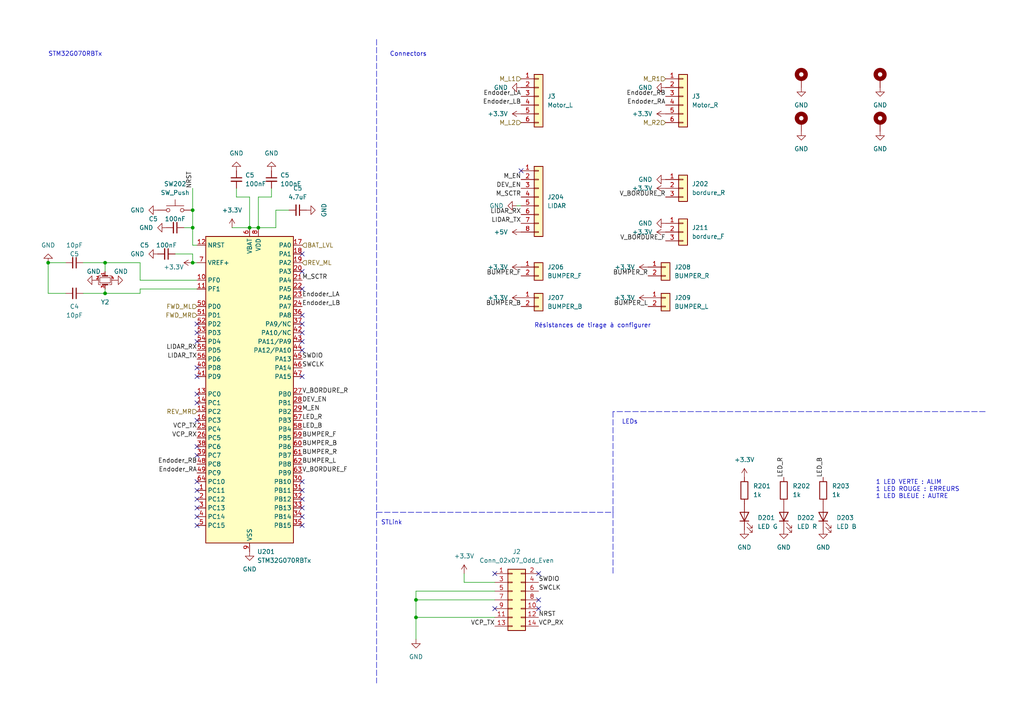
<source format=kicad_sch>
(kicad_sch (version 20230121) (generator eeschema)
  (paper "A4")
  (title_block (title "robot") (date "2023-09-19") (rev "Dorian, Gael, Clément, Laksan") (company "ENSEA"))
  (lib_symbols
    (symbol "Connector_Generic:Conn_01x02" (pin_names (offset 1.016) hide)
      (property "Reference" "J" (at 0 2.54 0))
      (property "Value" "Conn_01x02" (at 0 -5.08 0))
      (symbol "Conn_01x02_1_1"
        (rectangle (start -1.27 -2.413) (end 0 -2.667) (stroke (width 0.1524)))
        (rectangle (start -1.27 0.127) (end 0 -0.127) (stroke (width 0.1524)))
        (rectangle (start -1.27 1.27) (end 1.27 -3.81) (stroke (width 0.254)) (fill (type background)))
        (pin passive line (at -5.08 0 0) (length 3.81) (name "Pin_1") (number "1"))
        (pin passive line (at -5.08 -2.54 0) (length 3.81) (name "Pin_2") (number "2"))
      )
    )
    (symbol "Connector_Generic:Conn_01x03" (pin_names (offset 1.016) hide)
      (property "Reference" "J" (at 0 5.08 0))
      (property "Value" "Conn_01x03" (at 0 -5.08 0))
      (symbol "Conn_01x03_1_1"
        (rectangle (start -1.27 -2.413) (end 0 -2.667) (stroke (width 0.1524)))
        (rectangle (start -1.27 0.127) (end 0 -0.127) (stroke (width 0.1524)))
        (rectangle (start -1.27 2.667) (end 0 2.413) (stroke (width 0.1524)))
        (rectangle (start -1.27 3.81) (end 1.27 -3.81) (stroke (width 0.254)) (fill (type background)))
        (pin passive line (at -5.08 2.54 0) (length 3.81) (name "Pin_1") (number "1"))
        (pin passive line (at -5.08 0 0) (length 3.81) (name "Pin_2") (number "2"))
        (pin passive line (at -5.08 -2.54 0) (length 3.81) (name "Pin_3") (number "3"))
      )
    )
    (symbol "Connector_Generic:Conn_01x06" (pin_names (offset 1.016) hide)
      (property "Reference" "J" (at 0 7.62 0))
      (property "Value" "Conn_01x06" (at 0 -10.16 0))
      (symbol "Conn_01x06_1_1"
        (rectangle (start -1.27 -7.493) (end 0 -7.747) (stroke (width 0.1524)))
        (rectangle (start -1.27 -4.953) (end 0 -5.207) (stroke (width 0.1524)))
        (rectangle (start -1.27 -2.413) (end 0 -2.667) (stroke (width 0.1524)))
        (rectangle (start -1.27 0.127) (end 0 -0.127) (stroke (width 0.1524)))
        (rectangle (start -1.27 2.667) (end 0 2.413) (stroke (width 0.1524)))
        (rectangle (start -1.27 5.207) (end 0 4.953) (stroke (width 0.1524)))
        (rectangle (start -1.27 6.35) (end 1.27 -8.89) (stroke (width 0.254)) (fill (type background)))
        (pin passive line (at -5.08 5.08 0) (length 3.81) (name "Pin_1") (number "1"))
        (pin passive line (at -5.08 2.54 0) (length 3.81) (name "Pin_2") (number "2"))
        (pin passive line (at -5.08 0 0) (length 3.81) (name "Pin_3") (number "3"))
        (pin passive line (at -5.08 -2.54 0) (length 3.81) (name "Pin_4") (number "4"))
        (pin passive line (at -5.08 -5.08 0) (length 3.81) (name "Pin_5") (number "5"))
        (pin passive line (at -5.08 -7.62 0) (length 3.81) (name "Pin_6") (number "6"))
      )
    )
    (symbol "Connector_Generic:Conn_01x08" (pin_names (offset 1.016) hide)
      (property "Reference" "J" (at 0 10.16 0))
      (property "Value" "Conn_01x08" (at 0 -12.7 0))
      (symbol "Conn_01x08_1_1"
        (rectangle (start -1.27 -10.033) (end 0 -10.287) (stroke (width 0.1524)))
        (rectangle (start -1.27 -7.493) (end 0 -7.747) (stroke (width 0.1524)))
        (rectangle (start -1.27 -4.953) (end 0 -5.207) (stroke (width 0.1524)))
        (rectangle (start -1.27 -2.413) (end 0 -2.667) (stroke (width 0.1524)))
        (rectangle (start -1.27 0.127) (end 0 -0.127) (stroke (width 0.1524)))
        (rectangle (start -1.27 2.667) (end 0 2.413) (stroke (width 0.1524)))
        (rectangle (start -1.27 5.207) (end 0 4.953) (stroke (width 0.1524)))
        (rectangle (start -1.27 7.747) (end 0 7.493) (stroke (width 0.1524)))
        (rectangle (start -1.27 8.89) (end 1.27 -11.43) (stroke (width 0.254)) (fill (type background)))
        (pin passive line (at -5.08 7.62 0) (length 3.81) (name "Pin_1") (number "1"))
        (pin passive line (at -5.08 5.08 0) (length 3.81) (name "Pin_2") (number "2"))
        (pin passive line (at -5.08 2.54 0) (length 3.81) (name "Pin_3") (number "3"))
        (pin passive line (at -5.08 0 0) (length 3.81) (name "Pin_4") (number "4"))
        (pin passive line (at -5.08 -2.54 0) (length 3.81) (name "Pin_5") (number "5"))
        (pin passive line (at -5.08 -5.08 0) (length 3.81) (name "Pin_6") (number "6"))
        (pin passive line (at -5.08 -7.62 0) (length 3.81) (name "Pin_7") (number "7"))
        (pin passive line (at -5.08 -10.16 0) (length 3.81) (name "Pin_8") (number "8"))
      )
    )
    (symbol "Connector_Generic:Conn_02x07_Odd_Even" (pin_names (offset 1.016) hide)
      (property "Reference" "J" (at 1.27 10.16 0))
      (property "Value" "Conn_02x07_Odd_Even" (at 1.27 -10.16 0))
      (symbol "Conn_02x07_Odd_Even_1_1"
        (rectangle (start -1.27 -7.493) (end 0 -7.747) (stroke (width 0.1524)))
        (rectangle (start -1.27 -4.953) (end 0 -5.207) (stroke (width 0.1524)))
        (rectangle (start -1.27 -2.413) (end 0 -2.667) (stroke (width 0.1524)))
        (rectangle (start -1.27 0.127) (end 0 -0.127) (stroke (width 0.1524)))
        (rectangle (start -1.27 2.667) (end 0 2.413) (stroke (width 0.1524)))
        (rectangle (start -1.27 5.207) (end 0 4.953) (stroke (width 0.1524)))
        (rectangle (start -1.27 7.747) (end 0 7.493) (stroke (width 0.1524)))
        (rectangle (start -1.27 8.89) (end 3.81 -8.89) (stroke (width 0.254)) (fill (type background)))
        (rectangle (start 3.81 -7.493) (end 2.54 -7.747) (stroke (width 0.1524)))
        (rectangle (start 3.81 -4.953) (end 2.54 -5.207) (stroke (width 0.1524)))
        (rectangle (start 3.81 -2.413) (end 2.54 -2.667) (stroke (width 0.1524)))
        (rectangle (start 3.81 0.127) (end 2.54 -0.127) (stroke (width 0.1524)))
        (rectangle (start 3.81 2.667) (end 2.54 2.413) (stroke (width 0.1524)))
        (rectangle (start 3.81 5.207) (end 2.54 4.953) (stroke (width 0.1524)))
        (rectangle (start 3.81 7.747) (end 2.54 7.493) (stroke (width 0.1524)))
        (pin passive line (at -5.08 7.62 0) (length 3.81) (name "Pin_1") (number "1"))
        (pin passive line (at 7.62 -2.54 180) (length 3.81) (name "Pin_10") (number "10"))
        (pin passive line (at -5.08 -5.08 0) (length 3.81) (name "Pin_11") (number "11"))
        (pin passive line (at 7.62 -5.08 180) (length 3.81) (name "Pin_12") (number "12"))
        (pin passive line (at -5.08 -7.62 0) (length 3.81) (name "Pin_13") (number "13"))
        (pin passive line (at 7.62 -7.62 180) (length 3.81) (name "Pin_14") (number "14"))
        (pin passive line (at 7.62 7.62 180) (length 3.81) (name "Pin_2") (number "2"))
        (pin passive line (at -5.08 5.08 0) (length 3.81) (name "Pin_3") (number "3"))
        (pin passive line (at 7.62 5.08 180) (length 3.81) (name "Pin_4") (number "4"))
        (pin passive line (at -5.08 2.54 0) (length 3.81) (name "Pin_5") (number "5"))
        (pin passive line (at 7.62 2.54 180) (length 3.81) (name "Pin_6") (number "6"))
        (pin passive line (at -5.08 0 0) (length 3.81) (name "Pin_7") (number "7"))
        (pin passive line (at 7.62 0 180) (length 3.81) (name "Pin_8") (number "8"))
        (pin passive line (at -5.08 -2.54 0) (length 3.81) (name "Pin_9") (number "9"))
      )
    )
    (symbol "Device:C_Small" (pin_numbers hide) (pin_names (offset 0.254) hide)
      (property "Reference" "C" (at 0.254 1.778 0))
      (property "Value" "C_Small" (at 0.254 -2.032 0))
      (symbol "C_Small_0_1"
        (polyline (pts (xy -1.524 -0.508) (xy 1.524 -0.508)) (stroke (width 0.3302)))
        (polyline (pts (xy -1.524 0.508) (xy 1.524 0.508)) (stroke (width 0.3048)))
      )
      (symbol "C_Small_1_1"
        (pin passive line (at 0 2.54 270) (length 2.032) (name "~") (number "1"))
        (pin passive line (at 0 -2.54 90) (length 2.032) (name "~") (number "2"))
      )
    )
    (symbol "Device:Crystal_GND24_Small" (pin_names (offset 1.016) hide)
      (property "Reference" "Y" (at 1.27 4.445 0))
      (property "Value" "Crystal_GND24_Small" (at 1.27 2.54 0))
      (symbol "Crystal_GND24_Small_0_1"
        (rectangle (start -0.762 -1.524) (end 0.762 1.524))
        (polyline (pts (xy -1.27 -0.762) (xy -1.27 0.762)) (stroke (width 0.381)))
        (polyline (pts (xy 1.27 -0.762) (xy 1.27 0.762)) (stroke (width 0.381)))
        (polyline (pts (xy -1.27 -1.27) (xy -1.27 -1.905) (xy 1.27 -1.905) (xy 1.27 -1.27)))
        (polyline (pts (xy -1.27 1.27) (xy -1.27 1.905) (xy 1.27 1.905) (xy 1.27 1.27)))
      )
      (symbol "Crystal_GND24_Small_1_1"
        (pin passive line (at -2.54 0 0) (length 1.27) (name "1") (number "1"))
        (pin passive line (at 0 -2.54 90) (length 0.635) (name "2") (number "2"))
        (pin passive line (at 2.54 0 180) (length 1.27) (name "3") (number "3"))
        (pin passive line (at 0 2.54 270) (length 0.635) (name "4") (number "4"))
      )
    )
    (symbol "Device:LED" (pin_numbers hide) (pin_names (offset 1.016) hide)
      (property "Reference" "D" (at 0 2.54 0))
      (property "Value" "LED" (at 0 -2.54 0))
      (symbol "LED_0_1"
        (polyline (pts (xy -1.27 -1.27) (xy -1.27 1.27)) (stroke (width 0.254)))
        (polyline (pts (xy -1.27 0) (xy 1.27 0)))
        (polyline (pts (xy 1.27 -1.27) (xy 1.27 1.27) (xy -1.27 0) (xy 1.27 -1.27)) (stroke (width 0.254)))
        (polyline (pts (xy -3.048 -0.762) (xy -4.572 -2.286) (xy -3.81 -2.286) (xy -4.572 -2.286) (xy -4.572 -1.524)))
        (polyline (pts (xy -1.778 -0.762) (xy -3.302 -2.286) (xy -2.54 -2.286) (xy -3.302 -2.286) (xy -3.302 -1.524)))
      )
      (symbol "LED_1_1"
        (pin passive line (at -3.81 0 0) (length 2.54) (name "K") (number "1"))
        (pin passive line (at 3.81 0 180) (length 2.54) (name "A") (number "2"))
      )
    )
    (symbol "Device:R" (pin_numbers hide) (pin_names (offset 0))
      (property "Reference" "R" (at 2.032 0 90))
      (property "Value" "R" (at 0 0 90))
      (symbol "R_0_1"
        (rectangle (start -1.016 -2.54) (end 1.016 2.54) (stroke (width 0.254)))
      )
      (symbol "R_1_1"
        (pin passive line (at 0 3.81 270) (length 1.27) (name "~") (number "1"))
        (pin passive line (at 0 -3.81 90) (length 1.27) (name "~") (number "2"))
      )
    )
    (symbol "MCU_ST_STM32G0:STM32G070RBTx"
      (property "Reference" "U" (at -12.7 46.99 0))
      (property "Value" "STM32G070RBTx" (at 5.08 46.99 0))
      (symbol "STM32G070RBTx_0_1"
        (rectangle (start -12.7 -43.18) (end 12.7 45.72) (stroke (width 0.254)) (fill (type background)))
      )
      (symbol "STM32G070RBTx_1_1"
        (pin bidirectional line (at -15.24 -27.94 0) (length 2.54) (name "PC11") (number "1"))
        (pin bidirectional line (at -15.24 33.02 0) (length 2.54) (name "PF0") (number "10"))
        (pin bidirectional line (at -15.24 30.48 0) (length 2.54) (name "PF1") (number "11"))
        (pin input line (at -15.24 43.18 0) (length 2.54) (name "NRST") (number "12"))
        (pin bidirectional line (at -15.24 0 0) (length 2.54) (name "PC0") (number "13"))
        (pin bidirectional line (at -15.24 -2.54 0) (length 2.54) (name "PC1") (number "14"))
        (pin bidirectional line (at -15.24 -5.08 0) (length 2.54) (name "PC2") (number "15"))
        (pin bidirectional line (at -15.24 -7.62 0) (length 2.54) (name "PC3") (number "16"))
        (pin bidirectional line (at 15.24 43.18 180) (length 2.54) (name "PA0") (number "17"))
        (pin bidirectional line (at 15.24 40.64 180) (length 2.54) (name "PA1") (number "18"))
        (pin bidirectional line (at 15.24 38.1 180) (length 2.54) (name "PA2") (number "19"))
        (pin bidirectional line (at -15.24 -30.48 0) (length 2.54) (name "PC12") (number "2"))
        (pin bidirectional line (at 15.24 35.56 180) (length 2.54) (name "PA3") (number "20"))
        (pin bidirectional line (at 15.24 33.02 180) (length 2.54) (name "PA4") (number "21"))
        (pin bidirectional line (at 15.24 30.48 180) (length 2.54) (name "PA5") (number "22"))
        (pin bidirectional line (at 15.24 27.94 180) (length 2.54) (name "PA6") (number "23"))
        (pin bidirectional line (at 15.24 25.4 180) (length 2.54) (name "PA7") (number "24"))
        (pin bidirectional line (at -15.24 -10.16 0) (length 2.54) (name "PC4") (number "25"))
        (pin bidirectional line (at -15.24 -12.7 0) (length 2.54) (name "PC5") (number "26"))
        (pin bidirectional line (at 15.24 0 180) (length 2.54) (name "PB0") (number "27"))
        (pin bidirectional line (at 15.24 -2.54 180) (length 2.54) (name "PB1") (number "28"))
        (pin bidirectional line (at 15.24 -5.08 180) (length 2.54) (name "PB2") (number "29"))
        (pin bidirectional line (at -15.24 -33.02 0) (length 2.54) (name "PC13") (number "3"))
        (pin bidirectional line (at 15.24 -25.4 180) (length 2.54) (name "PB10") (number "30"))
        (pin bidirectional line (at 15.24 -27.94 180) (length 2.54) (name "PB11") (number "31"))
        (pin bidirectional line (at 15.24 -30.48 180) (length 2.54) (name "PB12") (number "32"))
        (pin bidirectional line (at 15.24 -33.02 180) (length 2.54) (name "PB13") (number "33"))
        (pin bidirectional line (at 15.24 -35.56 180) (length 2.54) (name "PB14") (number "34"))
        (pin bidirectional line (at 15.24 -38.1 180) (length 2.54) (name "PB15") (number "35"))
        (pin bidirectional line (at 15.24 22.86 180) (length 2.54) (name "PA8") (number "36"))
        (pin bidirectional line (at 15.24 20.32 180) (length 2.54) (name "PA9/NC") (number "37"))
        (pin bidirectional line (at -15.24 -15.24 0) (length 2.54) (name "PC6") (number "38"))
        (pin bidirectional line (at -15.24 -17.78 0) (length 2.54) (name "PC7") (number "39"))
        (pin bidirectional line (at -15.24 -35.56 0) (length 2.54) (name "PC14") (number "4"))
        (pin bidirectional line (at -15.24 7.62 0) (length 2.54) (name "PD8") (number "40"))
        (pin bidirectional line (at -15.24 5.08 0) (length 2.54) (name "PD9") (number "41"))
        (pin bidirectional line (at 15.24 17.78 180) (length 2.54) (name "PA10/NC") (number "42"))
        (pin bidirectional line (at 15.24 15.24 180) (length 2.54) (name "PA11/PA9") (number "43"))
        (pin bidirectional line (at 15.24 12.7 180) (length 2.54) (name "PA12/PA10") (number "44"))
        (pin bidirectional line (at 15.24 10.16 180) (length 2.54) (name "PA13") (number "45"))
        (pin bidirectional line (at 15.24 7.62 180) (length 2.54) (name "PA14") (number "46"))
        (pin bidirectional line (at 15.24 5.08 180) (length 2.54) (name "PA15") (number "47"))
        (pin bidirectional line (at -15.24 -20.32 0) (length 2.54) (name "PC8") (number "48"))
        (pin bidirectional line (at -15.24 -22.86 0) (length 2.54) (name "PC9") (number "49"))
        (pin bidirectional line (at -15.24 -38.1 0) (length 2.54) (name "PC15") (number "5"))
        (pin bidirectional line (at -15.24 25.4 0) (length 2.54) (name "PD0") (number "50"))
        (pin bidirectional line (at -15.24 22.86 0) (length 2.54) (name "PD1") (number "51"))
        (pin bidirectional line (at -15.24 20.32 0) (length 2.54) (name "PD2") (number "52"))
        (pin bidirectional line (at -15.24 17.78 0) (length 2.54) (name "PD3") (number "53"))
        (pin bidirectional line (at -15.24 15.24 0) (length 2.54) (name "PD4") (number "54"))
        (pin bidirectional line (at -15.24 12.7 0) (length 2.54) (name "PD5") (number "55"))
        (pin bidirectional line (at -15.24 10.16 0) (length 2.54) (name "PD6") (number "56"))
        (pin bidirectional line (at 15.24 -7.62 180) (length 2.54) (name "PB3") (number "57"))
        (pin bidirectional line (at 15.24 -10.16 180) (length 2.54) (name "PB4") (number "58"))
        (pin bidirectional line (at 15.24 -12.7 180) (length 2.54) (name "PB5") (number "59"))
        (pin power_in line (at 0 48.26 270) (length 2.54) (name "VBAT") (number "6"))
        (pin bidirectional line (at 15.24 -15.24 180) (length 2.54) (name "PB6") (number "60"))
        (pin bidirectional line (at 15.24 -17.78 180) (length 2.54) (name "PB7") (number "61"))
        (pin bidirectional line (at 15.24 -20.32 180) (length 2.54) (name "PB8") (number "62"))
        (pin bidirectional line (at 15.24 -22.86 180) (length 2.54) (name "PB9") (number "63"))
        (pin bidirectional line (at -15.24 -25.4 0) (length 2.54) (name "PC10") (number "64"))
        (pin input line (at -15.24 38.1 0) (length 2.54) (name "VREF+") (number "7"))
        (pin power_in line (at 2.54 48.26 270) (length 2.54) (name "VDD") (number "8"))
        (pin power_in line (at 0 -45.72 90) (length 2.54) (name "VSS") (number "9"))
      )
    )
    (symbol "Mechanical:MountingHole_Pad" (pin_numbers hide) (pin_names (offset 1.016) hide)
      (property "Reference" "H" (at 0 6.35 0))
      (property "Value" "MountingHole_Pad" (at 0 4.445 0))
      (symbol "MountingHole_Pad_0_1"
        (circle (center 0 1.27) (radius 1.27) (stroke (width 1.27)))
      )
      (symbol "MountingHole_Pad_1_1"
        (pin input line (at 0 -2.54 90) (length 2.54) (name "1") (number "1"))
      )
    )
    (symbol "Switch:SW_Push" (pin_numbers hide) (pin_names (offset 1.016) hide)
      (property "Reference" "SW" (at 1.27 2.54 0))
      (property "Value" "SW_Push" (at 0 -1.524 0))
      (symbol "SW_Push_0_1"
        (circle (center -2.032 0) (radius 0.508))
        (polyline (pts (xy 0 1.27) (xy 0 3.048)))
        (polyline (pts (xy 2.54 1.27) (xy -2.54 1.27)))
        (circle (center 2.032 0) (radius 0.508))
        (pin passive line (at -5.08 0 0) (length 2.54) (name "1") (number "1"))
        (pin passive line (at 5.08 0 180) (length 2.54) (name "2") (number "2"))
      )
    )
    (symbol "power:+3.3V" (power) (pin_names (offset 0))
      (property "Value" "+3.3V" (at 0 3.556 0))
      (symbol "+3.3V_0_1"
        (polyline (pts (xy -0.762 1.27) (xy 0 2.54)))
        (polyline (pts (xy 0 0) (xy 0 2.54)))
        (polyline (pts (xy 0 2.54) (xy 0.762 1.27)))
      )
      (symbol "+3.3V_1_1"
        (pin power_in line (at 0 0 90) (length 0) hide (name "+3.3V") (number "1"))
      )
    )
    (symbol "power:+5V" (power) (pin_names (offset 0))
      (property "Value" "+5V" (at 0 3.556 0))
      (symbol "+5V_0_1"
        (polyline (pts (xy -0.762 1.27) (xy 0 2.54)))
        (polyline (pts (xy 0 0) (xy 0 2.54)))
        (polyline (pts (xy 0 2.54) (xy 0.762 1.27)))
      )
      (symbol "+5V_1_1"
        (pin power_in line (at 0 0 90) (length 0) hide (name "+5V") (number "1"))
      )
    )
    (symbol "power:GND" (power) (pin_names (offset 0))
      (property "Value" "GND" (at 0 -3.81 0))
      (symbol "GND_0_1"
        (polyline (pts (xy 0 0) (xy 0 -1.27) (xy 1.27 -1.27) (xy 0 -2.54) (xy -1.27 -1.27) (xy 0 -1.27)))
      )
      (symbol "GND_1_1"
        (pin power_in line (at 0 0 270) (length 0) hide (name "GND") (number "1"))
      )
    )
  )
  (junction (at 30.48 85.09))
  (junction (at 55.88 76.2))
  (junction (at 74.93 66.04))
  (junction (at 120.65 173.99))
  (junction (at 72.39 66.04))
  (junction (at 30.48 76.2))
  (junction (at 55.88 66.04))
  (junction (at 55.88 60.96))
  (junction (at 120.65 179.07))
  (junction (at 13.97 76.2))
  (no_connect (at 57.15 129.54))
  (no_connect (at 57.15 142.24))
  (no_connect (at 87.63 91.44))
  (no_connect (at 57.15 149.86))
  (no_connect (at 57.15 116.84))
  (no_connect (at 87.63 152.4))
  (no_connect (at 57.15 99.06))
  (no_connect (at 87.63 96.52))
  (no_connect (at 87.63 99.06))
  (no_connect (at 87.63 149.86))
  (no_connect (at 57.15 152.4))
  (no_connect (at 87.63 93.98))
  (no_connect (at 87.63 73.66))
  (no_connect (at 57.15 93.98))
  (no_connect (at 57.15 132.08))
  (no_connect (at 143.51 166.37))
  (no_connect (at 87.63 101.6))
  (no_connect (at 87.63 147.32))
  (no_connect (at 57.15 139.7))
  (no_connect (at 87.63 109.22))
  (no_connect (at 57.15 114.3))
  (no_connect (at 57.15 147.32))
  (no_connect (at 87.63 83.82))
  (no_connect (at 143.51 176.53))
  (no_connect (at 57.15 96.52))
  (no_connect (at 87.63 139.7))
  (no_connect (at 57.15 121.92))
  (no_connect (at 87.63 144.78))
  (no_connect (at 57.15 109.22))
  (no_connect (at 57.15 144.78))
  (no_connect (at 156.21 176.53))
  (no_connect (at 87.63 78.74))
  (no_connect (at 156.21 166.37))
  (no_connect (at 87.63 142.24))
  (no_connect (at 57.15 106.68))
  (no_connect (at 156.21 173.99))
  (no_connect (at 151.13 49.53))
  (wire (pts (xy 55.88 71.12) (xy 55.88 66.04)))
  (wire (pts (xy 72.39 66.04) (xy 74.93 66.04)))
  (wire (pts (xy 30.48 76.2) (xy 40.64 76.2)))
  (wire (pts (xy 55.88 54.61) (xy 55.88 60.96)))
  (wire (pts (xy 40.64 83.82) (xy 57.15 83.82)))
  (wire (pts (xy 40.64 83.82) (xy 40.64 85.09)))
  (wire (pts (xy 78.74 57.15) (xy 78.74 54.61)))
  (wire (pts (xy 40.64 81.28) (xy 57.15 81.28)))
  (wire (pts (xy 53.34 66.04) (xy 55.88 66.04)))
  (wire (pts (xy 74.93 66.04) (xy 74.93 57.15)))
  (wire (pts (xy 19.05 85.09) (xy 13.97 85.09)))
  (wire (pts (xy 24.13 76.2) (xy 30.48 76.2)))
  (wire (pts (xy 55.88 76.2) (xy 57.15 76.2)))
  (wire (pts (xy 30.48 85.09) (xy 30.48 83.82)))
  (wire (pts (xy 134.62 168.91) (xy 134.62 166.37)))
  (wire (pts (xy 120.65 173.99) (xy 120.65 179.07)))
  (wire (pts (xy 55.88 60.96) (xy 55.88 66.04)))
  (wire (pts (xy 120.65 179.07) (xy 120.65 185.42)))
  (wire (pts (xy 30.48 85.09) (xy 40.64 85.09)))
  (wire (pts (xy 13.97 85.09) (xy 13.97 76.2)))
  (wire (pts (xy 120.65 179.07) (xy 143.51 179.07)))
  (wire (pts (xy 72.39 66.04) (xy 67.31 66.04)))
  (polyline (pts (xy 285.75 119.38) (xy 177.8 119.38)) (stroke (width 0) (type dash)))
  (wire (pts (xy 74.93 57.15) (xy 78.74 57.15)))
  (wire (pts (xy 149.86 59.69) (xy 151.13 59.69)))
  (polyline (pts (xy 109.22 11.43) (xy 109.22 198.12)) (stroke (width 0) (type dash)))
  (wire (pts (xy 120.65 173.99) (xy 143.51 173.99)))
  (wire (pts (xy 50.8 73.66) (xy 55.88 73.66)))
  (wire (pts (xy 30.48 76.2) (xy 30.48 78.74)))
  (wire (pts (xy 120.65 171.45) (xy 143.51 171.45)))
  (wire (pts (xy 80.01 60.96) (xy 83.82 60.96)))
  (wire (pts (xy 72.39 57.15) (xy 72.39 66.04)))
  (wire (pts (xy 74.93 66.04) (xy 80.01 66.04)))
  (wire (pts (xy 143.51 168.91) (xy 134.62 168.91)))
  (wire (pts (xy 68.58 54.61) (xy 68.58 57.15)))
  (wire (pts (xy 30.48 85.09) (xy 24.13 85.09)))
  (wire (pts (xy 120.65 171.45) (xy 120.65 173.99)))
  (polyline (pts (xy 177.8 148.59) (xy 177.8 166.37)) (stroke (width 0) (type dash)))
  (polyline (pts (xy 109.22 148.59) (xy 177.8 148.59)) (stroke (width 0) (type dash)))
  (wire (pts (xy 55.88 73.66) (xy 55.88 76.2)))
  (wire (pts (xy 19.05 76.2) (xy 13.97 76.2)))
  (wire (pts (xy 68.58 57.15) (xy 72.39 57.15)))
  (wire (pts (xy 40.64 76.2) (xy 40.64 81.28)))
  (wire (pts (xy 80.01 66.04) (xy 80.01 60.96)))
  (wire (pts (xy 57.15 71.12) (xy 55.88 71.12)))
  (polyline (pts (xy 177.8 119.38) (xy 177.8 148.59)) (stroke (width 0) (type dash)))
  (text "1 LED VERTE : ALIM\n1 LED ROUGE : ERREURS\n1 LED BLEUE : AUTRE" (at 254 144.78 0) (effects (font (size 1.27 1.27)) (justify left bottom)))
  (text "Résistances de tirage à configurer" (at 154.94 95.25 0) (effects (font (size 1.27 1.27)) (justify left bottom)))
  (text "LEDs\n" (at 180.34 123.19 0) (effects (font (size 1.27 1.27)) (justify left bottom)))
  (text "STM32G070RBTx" (at 13.97 16.51 0) (effects (font (size 1.27 1.27)) (justify left bottom)))
  (text "STLink" (at 110.49 152.4 0) (effects (font (size 1.27 1.27)) (justify left bottom)))
  (text "Connectors" (at 113.03 16.51 0) (effects (font (size 1.27 1.27)) (justify left bottom)))
  (label "DEV_EN" (at 151.13 54.61 180))
  (label "LIDAR_RX" (at 57.15 101.6 180))
  (label "LIDAR_TX" (at 57.15 104.14 180))
  (label "Endoder_RA" (at 57.15 137.16 180))
  (label "M_EN" (at 151.13 52.07 180))
  (label "LED_B" (at 87.63 124.46 0))
  (label "BUMPER_R" (at 187.96 80.01 180))
  (label "LED_R" (at 227.33 138.43 90))
  (label "Endoder_RA" (at 193.04 30.48 180))
  (label "Endoder_LA" (at 151.13 27.94 180))
  (label "DEV_EN" (at 87.63 116.84 0))
  (label "VCP_RX" (at 57.15 127 180))
  (label "Endoder_RB" (at 57.15 134.62 180))
  (label "M_SCTR" (at 151.13 57.15 180))
  (label "NRST" (at 55.88 54.61 90))
  (label "M_EN" (at 87.63 119.38 0))
  (label "NRST" (at 156.21 179.07 0))
  (label "SWDIO" (at 87.63 104.14 0))
  (label "BUMPER_F" (at 151.13 80.01 180))
  (label "V_BORDURE_F" (at 87.63 137.16 0))
  (label "LED_R" (at 87.63 121.92 0))
  (label "LED_B" (at 238.76 138.43 90))
  (label "BUMPER_F" (at 87.63 127 0))
  (label "SWCLK" (at 156.21 171.45 0))
  (label "BUMPER_L" (at 187.96 88.9 180))
  (label "BUMPER_R" (at 87.63 132.08 0))
  (label "SWCLK" (at 87.63 106.68 0))
  (label "VCP_TX" (at 57.15 124.46 180))
  (label "LIDAR_TX" (at 151.13 64.77 180))
  (label "Endoder_LB" (at 151.13 30.48 180))
  (label "V_BORDURE_R" (at 87.63 114.3 0))
  (label "Endoder_LA" (at 87.63 86.36 0))
  (label "Endoder_RB" (at 193.04 27.94 180))
  (label "BUMPER_L" (at 87.63 134.62 0))
  (label "SWDIO" (at 156.21 168.91 0))
  (label "V_BORDURE_F" (at 193.04 69.85 180))
  (label "VCP_RX" (at 156.21 181.61 0))
  (label "BUMPER_B" (at 87.63 129.54 0))
  (label "LIDAR_RX" (at 151.13 62.23 180))
  (label "V_BORDURE_R" (at 193.04 57.15 180))
  (label "BUMPER_B" (at 151.13 88.9 180))
  (label "M_SCTR" (at 87.63 81.28 0))
  (label "VCP_TX" (at 143.51 181.61 180))
  (label "Endoder_LB" (at 87.63 88.9 0))
  (hierarchical_label "BAT_LVL" (shape input) (at 87.63 71.12 0))
  (hierarchical_label "M_R1" (shape input) (at 193.04 22.86 180))
  (hierarchical_label "M_L1" (shape input) (at 151.13 22.86 180))
  (hierarchical_label "FWD_MR" (shape input) (at 57.15 91.44 180))
  (hierarchical_label "M_L2" (shape input) (at 151.13 35.56 180))
  (hierarchical_label "REV_MR" (shape input) (at 57.15 119.38 180))
  (hierarchical_label "FWD_ML" (shape input) (at 57.15 88.9 180))
  (hierarchical_label "M_R2" (shape input) (at 193.04 35.56 180))
  (hierarchical_label "REV_ML" (shape input) (at 87.63 76.2 0))
  (symbol (lib_id "power:GND") (at 193.04 52.07 270) (unit 1)
    (property "Reference" "#PWR020" (effects hide))
    (property "Value" "GND" (at 189.23 52.07 90) (effects (justify right)))
    (instances (project "TD1" (path "" (reference "#PWR020") (unit 1))) (project "robot" (path "" (reference "#PWR0227") (unit 1))))
  )
  (symbol (lib_id "power:GND") (at 149.86 59.69 270) (unit 1)
    (property "Reference" "#PWR019" (effects hide))
    (property "Value" "GND" (at 146.05 59.69 90) (effects (justify right)))
    (instances (project "TD1" (path "" (reference "#PWR019") (unit 1))) (project "robot" (path "" (reference "#PWR0221") (unit 1))))
  )
  (symbol (lib_id "power:+3.3V") (at 67.31 66.04 0) (unit 1)
    (property "Reference" "#PWR0207" (effects hide))
    (property "Value" "+3.3V" (at 67.31 60.96 0))
  )
  (symbol (lib_id "power:+3.3V") (at 151.13 77.47 90) (unit 1)
    (property "Reference" "#PWR028" (effects hide))
    (property "Value" "+3.3V" (at 147.32 77.47 90) (effects (justify left)))
    (instances (project "TD1" (path "" (reference "#PWR028") (unit 1))) (project "robot" (path "" (reference "#PWR0228") (unit 1))))
  )
  (symbol (lib_id "Connector_Generic:Conn_01x02") (at 156.21 86.36 0) (unit 1)
    (property "Reference" "J207" (at 158.75 86.36 0) (effects (justify left)))
    (property "Value" "BUMPER_B" (at 158.75 88.9 0) (effects (justify left)))
    (property "Footprint" "Connector_JST:JST_XH_B2B-XH-A_1x02_P2.50mm_Vertical" (effects hide))
  )
  (symbol (lib_id "power:+3.3V") (at 215.9 138.43 0) (unit 1)
    (property "Reference" "#PWR0225" (effects hide))
    (property "Value" "+3.3V" (at 215.9 133.35 0))
  )
  (symbol (lib_id "Mechanical:MountingHole_Pad") (at 232.41 35.56 0) (unit 1)
    (property "Reference" "H303" (effects hide))
    (property "Value" "MountingHole_Pad" (effects hide))
    (property "Footprint" "MountingHole:MountingHole_3.2mm_M3_Pad_Via" (effects hide))
    (instances (project "TD1" (path "" (reference "H303") (unit 1))) (project "robot" (path "" (reference "H202") (unit 1))))
  )
  (symbol (lib_id "Device:C_Small") (at 86.36 60.96 270) (unit 1)
    (property "Reference" "C5" (at 86.3536 54.61 90))
    (property "Value" "4.7uF" (at 86.3536 57.15 90))
    (property "Footprint" "Capacitor_SMD:C_0603_1608Metric_Pad1.08x0.95mm_HandSolder" (effects hide))
    (instances (project "TD1" (path "" (reference "C5") (unit 1))) (project "robot" (path "" (reference "C207") (unit 1))))
  )
  (symbol (lib_id "Switch:SW_Push") (at 50.8 60.96 0) (unit 1)
    (property "Reference" "SW202" (at 50.8 53.34 0))
    (property "Value" "SW_Push" (at 50.8 55.88 0))
    (property "Footprint" "Button_Switch_SMD:SW_SPST_B3U-1000P" (effects hide))
  )
  (symbol (lib_id "power:+3.3V") (at 187.96 77.47 90) (unit 1)
    (property "Reference" "#PWR028" (effects hide))
    (property "Value" "+3.3V" (at 184.15 77.47 90) (effects (justify left)))
    (instances (project "TD1" (path "" (reference "#PWR028") (unit 1))) (project "robot" (path "" (reference "#PWR0230") (unit 1))))
  )
  (symbol (lib_id "Device:R") (at 215.9 142.24 0) (unit 1)
    (property "Reference" "R201" (at 218.44 140.97 0) (effects (justify left)))
    (property "Value" "1k" (at 218.44 143.51 0) (effects (justify left)))
    (property "Footprint" "Resistor_SMD:R_0603_1608Metric_Pad0.98x0.95mm_HandSolder" (effects hide))
  )
  (symbol (lib_id "MCU_ST_STM32G0:STM32G070RBTx") (at 72.39 114.3 0) (unit 1)
    (property "Reference" "U201" (at 74.5841 160.02 0) (effects (justify left)))
    (property "Value" "STM32G070RBTx" (at 74.5841 162.56 0) (effects (justify left)))
    (property "Footprint" "Package_QFP:LQFP-64_10x10mm_P0.5mm" (effects hide))
    (property "Datasheet" "https://www.st.com/resource/en/datasheet/stm32g070rb.pdf" (effects hide))
  )
  (symbol (lib_id "power:+3.3V") (at 151.13 33.02 90) (unit 1)
    (property "Reference" "#PWR028" (effects hide))
    (property "Value" "+3.3V" (at 147.32 33.02 90) (effects (justify left)))
    (instances (project "TD1" (path "" (reference "#PWR028") (unit 1))) (project "robot" (path "" (reference "#PWR0211") (unit 1))))
  )
  (symbol (lib_id "power:GND") (at 88.9 60.96 90) (unit 1)
    (property "Reference" "#PWR012" (effects hide))
    (property "Value" "GND" (at 93.98 60.96 0))
    (instances (project "TD1" (path "" (reference "#PWR012") (unit 1))) (project "robot" (path "" (reference "#PWR0235") (unit 1))))
  )
  (symbol (lib_id "Connector_Generic:Conn_01x03") (at 198.12 54.61 0) (unit 1)
    (property "Reference" "J202" (at 200.66 53.34 0) (effects (justify left)))
    (property "Value" "bordure_R" (at 200.66 55.88 0) (effects (justify left)))
    (property "Footprint" "Connector_JST:JST_XH_B3B-XH-A_1x03_P2.50mm_Vertical" (effects hide))
  )
  (symbol (lib_id "Connector_Generic:Conn_01x06") (at 156.21 27.94 0) (unit 1)
    (property "Reference" "J3" (at 158.75 27.94 0) (effects (justify left)))
    (property "Value" "Motor_L" (at 158.75 30.48 0) (effects (justify left)))
    (property "Footprint" "Connector_PinHeader_2.54mm:PinHeader_1x06_P2.54mm_Vertical" (effects hide))
    (instances (project "TD1" (path "" (reference "J3") (unit 1))) (project "robot" (path "" (reference "J201") (unit 1))))
  )
  (symbol (lib_id "power:GND") (at 78.74 49.53 180) (unit 1)
    (property "Reference" "#PWR012" (effects hide))
    (property "Value" "GND" (at 78.74 44.45 0))
    (instances (project "TD1" (path "" (reference "#PWR012") (unit 1))) (project "robot" (path "" (reference "#PWR0234") (unit 1))))
  )
  (symbol (lib_id "Device:C_Small") (at 78.74 52.07 0) (unit 1)
    (property "Reference" "C5" (at 81.28 50.8063 0) (effects (justify left)))
    (property "Value" "100nF" (at 81.28 53.3463 0) (effects (justify left)))
    (property "Footprint" "Capacitor_SMD:C_0603_1608Metric_Pad1.08x0.95mm_HandSolder" (effects hide))
    (instances (project "TD1" (path "" (reference "C5") (unit 1))) (project "robot" (path "" (reference "C206") (unit 1))))
  )
  (symbol (lib_id "power:GND") (at 151.13 25.4 270) (unit 1)
    (property "Reference" "#PWR020" (effects hide))
    (property "Value" "GND" (at 147.32 25.4 90) (effects (justify right)))
    (instances (project "TD1" (path "" (reference "#PWR020") (unit 1))) (project "robot" (path "" (reference "#PWR0212") (unit 1))))
  )
  (symbol (lib_id "power:+3.3V") (at 193.04 33.02 90) (unit 1)
    (property "Reference" "#PWR028" (effects hide))
    (property "Value" "+3.3V" (at 189.23 33.02 90) (effects (justify left)))
    (instances (project "TD1" (path "" (reference "#PWR028") (unit 1))) (project "robot" (path "" (reference "#PWR0223") (unit 1))))
  )
  (symbol (lib_id "power:+3.3V") (at 55.88 76.2 90) (unit 1)
    (property "Reference" "#PWR0208" (effects hide))
    (property "Value" "+3.3V" (at 53.34 77.47 90) (effects (justify left)))
  )
  (symbol (lib_id "Connector_Generic:Conn_01x03") (at 198.12 67.31 0) (unit 1)
    (property "Reference" "J211" (at 200.66 66.04 0) (effects (justify left)))
    (property "Value" "bordure_F" (at 200.66 68.58 0) (effects (justify left)))
    (property "Footprint" "Connector_JST:JST_XH_B3B-XH-A_1x03_P2.50mm_Vertical" (effects hide))
  )
  (symbol (lib_id "power:GND") (at 27.94 81.28 270) (unit 1)
    (property "Reference" "#PWR015" (effects hide))
    (property "Value" "GND" (at 29.21 78.74 90) (effects (justify right)))
    (instances (project "TD1" (path "" (reference "#PWR015") (unit 1))) (project "robot" (path "" (reference "#PWR0203") (unit 1))))
  )
  (symbol (lib_id "power:GND") (at 215.9 153.67 0) (unit 1)
    (property "Reference" "#PWR019" (effects hide))
    (property "Value" "GND" (at 215.9 158.75 0))
    (instances (project "TD1" (path "" (reference "#PWR019") (unit 1))) (project "robot" (path "" (reference "#PWR0213") (unit 1))))
  )
  (symbol (lib_id "Device:LED") (at 238.76 149.86 90) (unit 1)
    (property "Reference" "D203" (at 242.57 150.1775 90) (effects (justify right)))
    (property "Value" "LED B" (at 242.57 152.7175 90) (effects (justify right)))
    (property "Footprint" "LED_SMD:LED_0603_1608Metric_Pad1.05x0.95mm_HandSolder" (effects hide))
  )
  (symbol (lib_id "power:+5V") (at 151.13 67.31 90) (unit 1)
    (property "Reference" "#PWR0220" (effects hide))
    (property "Value" "+5V" (at 147.32 67.31 90) (effects (justify left)))
  )
  (symbol (lib_id "power:GND") (at 227.33 153.67 0) (unit 1)
    (property "Reference" "#PWR019" (effects hide))
    (property "Value" "GND" (at 227.33 158.75 0))
    (instances (project "TD1" (path "" (reference "#PWR019") (unit 1))) (project "robot" (path "" (reference "#PWR0214") (unit 1))))
  )
  (symbol (lib_id "power:GND") (at 33.02 81.28 90) (unit 1)
    (property "Reference" "#PWR012" (effects hide))
    (property "Value" "GND" (at 33.02 78.74 90) (effects (justify right)))
    (instances (project "TD1" (path "" (reference "#PWR012") (unit 1))) (project "robot" (path "" (reference "#PWR0201") (unit 1))))
  )
  (symbol (lib_id "power:GND") (at 255.27 38.1 0) (unit 1)
    (property "Reference" "#PWR0303" (effects hide))
    (property "Value" "GND" (at 255.27 43.18 0))
    (instances (project "TD1" (path "" (reference "#PWR0303") (unit 1))) (project "robot" (path "" (reference "#PWR0218") (unit 1))))
  )
  (symbol (lib_id "Mechanical:MountingHole_Pad") (at 255.27 22.86 0) (unit 1)
    (property "Reference" "H302" (effects hide))
    (property "Value" "MountingHole_Pad" (effects hide))
    (property "Footprint" "MountingHole:MountingHole_3.2mm_M3_Pad_Via" (effects hide))
    (instances (project "TD1" (path "" (reference "H302") (unit 1))) (project "robot" (path "" (reference "H203") (unit 1))))
  )
  (symbol (lib_id "power:GND") (at 232.41 38.1 0) (unit 1)
    (property "Reference" "#PWR0302" (effects hide))
    (property "Value" "GND" (at 232.41 43.18 0))
    (instances (project "TD1" (path "" (reference "#PWR0302") (unit 1))) (project "robot" (path "" (reference "#PWR0216") (unit 1))))
  )
  (symbol (lib_id "power:GND") (at 13.97 76.2 180) (unit 1)
    (property "Reference" "#PWR014" (effects hide))
    (property "Value" "GND" (at 13.97 71.12 0))
    (instances (project "TD1" (path "" (reference "#PWR014") (unit 1))) (project "robot" (path "" (reference "#PWR0204") (unit 1))))
  )
  (symbol (lib_id "power:+3.3V") (at 134.62 166.37 0) (unit 1)
    (property "Reference" "#PWR025" (effects hide))
    (property "Value" "+3.3V" (at 134.62 161.29 0))
    (instances (project "TD1" (path "" (reference "#PWR025") (unit 1))) (project "robot" (path "" (reference "#PWR0210") (unit 1))))
  )
  (symbol (lib_id "power:GND") (at 48.26 66.04 270) (unit 1)
    (property "Reference" "#PWR012" (effects hide))
    (property "Value" "GND" (at 44.45 66.04 90) (effects (justify right)))
    (instances (project "TD1" (path "" (reference "#PWR012") (unit 1))) (project "robot" (path "" (reference "#PWR0202") (unit 1))))
  )
  (symbol (lib_id "Device:C_Small") (at 21.59 85.09 270) (unit 1)
    (property "Reference" "C4" (at 21.59 88.9 90))
    (property "Value" "10pF" (at 21.59 91.44 90))
    (property "Footprint" "Capacitor_SMD:C_0603_1608Metric_Pad1.08x0.95mm_HandSolder" (effects hide))
    (instances (project "TD1" (path "" (reference "C4") (unit 1))) (project "robot" (path "" (reference "C204") (unit 1))))
  )
  (symbol (lib_id "Connector_Generic:Conn_01x02") (at 156.21 77.47 0) (unit 1)
    (property "Reference" "J206" (at 158.75 77.47 0) (effects (justify left)))
    (property "Value" "BUMPER_F" (at 158.75 80.01 0) (effects (justify left)))
    (property "Footprint" "Connector_JST:JST_XH_B2B-XH-A_1x02_P2.50mm_Vertical" (effects hide))
  )
  (symbol (lib_id "power:GND") (at 232.41 25.4 0) (unit 1)
    (property "Reference" "#PWR0301" (effects hide))
    (property "Value" "GND" (at 232.41 30.48 0))
    (instances (project "TD1" (path "" (reference "#PWR0301") (unit 1))) (project "robot" (path "" (reference "#PWR0215") (unit 1))))
  )
  (symbol (lib_id "Device:LED") (at 215.9 149.86 90) (unit 1)
    (property "Reference" "D201" (at 219.71 150.1775 90) (effects (justify right)))
    (property "Value" "LED G" (at 219.71 152.7175 90) (effects (justify right)))
    (property "Footprint" "LED_SMD:LED_0603_1608Metric_Pad1.05x0.95mm_HandSolder" (effects hide))
  )
  (symbol (lib_id "power:GND") (at 72.39 160.02 0) (unit 1)
    (property "Reference" "#PWR014" (effects hide))
    (property "Value" "GND" (at 72.39 165.1 0))
    (instances (project "TD1" (path "" (reference "#PWR014") (unit 1))) (project "robot" (path "" (reference "#PWR0205") (unit 1))))
  )
  (symbol (lib_id "Connector_Generic:Conn_02x07_Odd_Even") (at 148.59 173.99 0) (unit 1)
    (property "Reference" "J2" (at 149.86 160.02 0))
    (property "Value" "Conn_02x07_Odd_Even" (at 149.86 162.56 0))
    (property "Footprint" "Connector_PinHeader_1.27mm:PinHeader_2x07_P1.27mm_Vertical" (effects hide))
    (instances (project "TD1" (path "" (reference "J2") (unit 1))) (project "robot" (path "" (reference "J210") (unit 1))))
  )
  (symbol (lib_id "Device:R") (at 227.33 142.24 0) (unit 1)
    (property "Reference" "R202" (at 229.87 140.97 0) (effects (justify left)))
    (property "Value" "1k" (at 229.87 143.51 0) (effects (justify left)))
    (property "Footprint" "Resistor_SMD:R_0603_1608Metric_Pad0.98x0.95mm_HandSolder" (effects hide))
  )
  (symbol (lib_id "power:GND") (at 255.27 25.4 0) (unit 1)
    (property "Reference" "#PWR0304" (effects hide))
    (property "Value" "GND" (at 255.27 30.48 0))
    (instances (project "TD1" (path "" (reference "#PWR0304") (unit 1))) (project "robot" (path "" (reference "#PWR0217") (unit 1))))
  )
  (symbol (lib_id "Device:C_Small") (at 68.58 52.07 0) (unit 1)
    (property "Reference" "C5" (at 71.12 50.8063 0) (effects (justify left)))
    (property "Value" "100nF" (at 71.12 53.3463 0) (effects (justify left)))
    (property "Footprint" "Capacitor_SMD:C_0603_1608Metric_Pad1.08x0.95mm_HandSolder" (effects hide))
    (instances (project "TD1" (path "" (reference "C5") (unit 1))) (project "robot" (path "" (reference "C205") (unit 1))))
  )
  (symbol (lib_id "Device:C_Small") (at 21.59 76.2 270) (unit 1)
    (property "Reference" "C5" (at 21.59 73.66 90))
    (property "Value" "10pF" (at 21.59 71.12 90))
    (property "Footprint" "Capacitor_SMD:C_0603_1608Metric_Pad1.08x0.95mm_HandSolder" (effects hide))
    (instances (project "TD1" (path "" (reference "C5") (unit 1))) (project "robot" (path "" (reference "C203") (unit 1))))
  )
  (symbol (lib_id "power:GND") (at 238.76 153.67 0) (unit 1)
    (property "Reference" "#PWR019" (effects hide))
    (property "Value" "GND" (at 238.76 158.75 0))
    (instances (project "TD1" (path "" (reference "#PWR019") (unit 1))) (project "robot" (path "" (reference "#PWR0224") (unit 1))))
  )
  (symbol (lib_id "Connector_Generic:Conn_01x06") (at 198.12 27.94 0) (unit 1)
    (property "Reference" "J3" (at 200.66 27.94 0) (effects (justify left)))
    (property "Value" "Motor_R" (at 200.66 30.48 0) (effects (justify left)))
    (property "Footprint" "Connector_PinHeader_2.54mm:PinHeader_1x06_P2.54mm_Vertical" (effects hide))
    (instances (project "TD1" (path "" (reference "J3") (unit 1))) (project "robot" (path "" (reference "J205") (unit 1))))
  )
  (symbol (lib_id "power:+3.3V") (at 187.96 86.36 90) (unit 1)
    (property "Reference" "#PWR028" (effects hide))
    (property "Value" "+3.3V" (at 184.15 86.36 90) (effects (justify left)))
    (instances (project "TD1" (path "" (reference "#PWR028") (unit 1))) (project "robot" (path "" (reference "#PWR0231") (unit 1))))
  )
  (symbol (lib_id "power:+3.3V") (at 193.04 54.61 90) (unit 1)
    (property "Reference" "#PWR0226" (effects hide))
    (property "Value" "+3.3V" (at 189.23 54.61 90) (effects (justify left)))
  )
  (symbol (lib_id "power:GND") (at 45.72 60.96 270) (unit 1)
    (property "Reference" "#PWR012" (effects hide))
    (property "Value" "GND" (at 41.91 60.96 90) (effects (justify right)))
    (instances (project "TD1" (path "" (reference "#PWR012") (unit 1))) (project "robot" (path "" (reference "#PWR0232") (unit 1))))
  )
  (symbol (lib_id "Mechanical:MountingHole_Pad") (at 255.27 35.56 0) (unit 1)
    (property "Reference" "H304" (effects hide))
    (property "Value" "MountingHole_Pad" (effects hide))
    (property "Footprint" "MountingHole:MountingHole_3.2mm_M3_Pad_Via" (effects hide))
    (instances (project "TD1" (path "" (reference "H304") (unit 1))) (project "robot" (path "" (reference "H204") (unit 1))))
  )
  (symbol (lib_id "Device:C_Small") (at 48.26 73.66 270) (unit 1)
    (property "Reference" "C5" (at 41.91 71.12 90))
    (property "Value" "100nF" (at 48.26 71.12 90))
    (property "Footprint" "Capacitor_SMD:C_0603_1608Metric_Pad1.08x0.95mm_HandSolder" (effects hide))
    (instances (project "TD1" (path "" (reference "C5") (unit 1))) (project "robot" (path "" (reference "C202") (unit 1))))
  )
  (symbol (lib_id "Connector_Generic:Conn_01x02") (at 193.04 86.36 0) (unit 1)
    (property "Reference" "J209" (at 195.58 86.36 0) (effects (justify left)))
    (property "Value" "BUMPER_L" (at 195.58 88.9 0) (effects (justify left)))
    (property "Footprint" "Connector_JST:JST_XH_B2B-XH-A_1x02_P2.50mm_Vertical" (effects hide))
  )
  (symbol (lib_id "power:GND") (at 120.65 185.42 0) (unit 1)
    (property "Reference" "#PWR016" (effects hide))
    (property "Value" "GND" (at 120.65 190.5 0))
    (instances (project "TD1" (path "" (reference "#PWR016") (unit 1))) (project "robot" (path "" (reference "#PWR0209") (unit 1))))
  )
  (symbol (lib_id "power:+3.3V") (at 151.13 86.36 90) (unit 1)
    (property "Reference" "#PWR028" (effects hide))
    (property "Value" "+3.3V" (at 147.32 86.36 90) (effects (justify left)))
    (instances (project "TD1" (path "" (reference "#PWR028") (unit 1))) (project "robot" (path "" (reference "#PWR0229") (unit 1))))
  )
  (symbol (lib_id "Device:C_Small") (at 50.8 66.04 270) (unit 1)
    (property "Reference" "C5" (at 44.45 63.5 90))
    (property "Value" "100nF" (at 50.8 63.5 90))
    (property "Footprint" "Capacitor_SMD:C_0603_1608Metric_Pad1.08x0.95mm_HandSolder" (effects hide))
    (instances (project "TD1" (path "" (reference "C5") (unit 1))) (project "robot" (path "" (reference "C201") (unit 1))))
  )
  (symbol (lib_id "Connector_Generic:Conn_01x08") (at 156.21 57.15 0) (unit 1)
    (property "Reference" "J204" (at 158.75 57.15 0) (effects (justify left)))
    (property "Value" "LIDAR" (at 158.75 59.69 0) (effects (justify left)))
    (property "Footprint" "Connector_JST:JST_XH_B8B-XH-A_1x08_P2.50mm_Vertical" (effects hide))
  )
  (symbol (lib_id "Mechanical:MountingHole_Pad") (at 232.41 22.86 0) (unit 1)
    (property "Reference" "H301" (effects hide))
    (property "Value" "MountingHole_Pad" (effects hide))
    (property "Footprint" "MountingHole:MountingHole_3.2mm_M3_Pad_Via" (effects hide))
    (instances (project "TD1" (path "" (reference "H301") (unit 1))) (project "robot" (path "" (reference "H201") (unit 1))))
  )
  (symbol (lib_id "power:GND") (at 193.04 25.4 270) (unit 1)
    (property "Reference" "#PWR020" (effects hide))
    (property "Value" "GND" (at 189.23 25.4 90) (effects (justify right)))
    (instances (project "TD1" (path "" (reference "#PWR020") (unit 1))) (project "robot" (path "" (reference "#PWR0222") (unit 1))))
  )
  (symbol (lib_id "power:GND") (at 193.04 64.77 270) (unit 1)
    (property "Reference" "#PWR020" (effects hide))
    (property "Value" "GND" (at 189.23 64.77 90) (effects (justify right)))
    (instances (project "TD1" (path "" (reference "#PWR020") (unit 1))) (project "robot" (path "" (reference "#PWR0236") (unit 1))))
  )
  (symbol (lib_id "power:GND") (at 68.58 49.53 180) (unit 1)
    (property "Reference" "#PWR012" (effects hide))
    (property "Value" "GND" (at 68.58 44.45 0))
    (instances (project "TD1" (path "" (reference "#PWR012") (unit 1))) (project "robot" (path "" (reference "#PWR0233") (unit 1))))
  )
  (symbol (lib_id "power:GND") (at 45.72 73.66 270) (unit 1)
    (property "Reference" "#PWR012" (effects hide))
    (property "Value" "GND" (at 41.91 73.66 90) (effects (justify right)))
    (instances (project "TD1" (path "" (reference "#PWR012") (unit 1))) (project "robot" (path "" (reference "#PWR0206") (unit 1))))
  )
  (symbol (lib_id "Device:Crystal_GND24_Small") (at 30.48 81.28 270) (unit 1)
    (property "Reference" "Y2" (at 30.48 87.63 90))
    (property "Value" "16M" (effects hide))
    (property "Footprint" "Crystal:Crystal_SMD_0603-4Pin_6.0x3.5mm" (effects hide))
    (instances (project "TD1" (path "" (reference "Y2") (unit 1))) (project "robot" (path "" (reference "Y201") (unit 1))))
  )
  (symbol (lib_id "Connector_Generic:Conn_01x02") (at 193.04 77.47 0) (unit 1)
    (property "Reference" "J208" (at 195.58 77.47 0) (effects (justify left)))
    (property "Value" "BUMPER_R" (at 195.58 80.01 0) (effects (justify left)))
    (property "Footprint" "Connector_JST:JST_XH_B2B-XH-A_1x02_P2.50mm_Vertical" (effects hide))
  )
  (symbol (lib_id "power:+3.3V") (at 193.04 67.31 90) (unit 1)
    (property "Reference" "#PWR0237" (effects hide))
    (property "Value" "+3.3V" (at 189.23 67.31 90) (effects (justify left)))
  )
  (symbol (lib_id "Device:LED") (at 227.33 149.86 90) (unit 1)
    (property "Reference" "D202" (at 231.14 150.1775 90) (effects (justify right)))
    (property "Value" "LED R" (at 231.14 152.7175 90) (effects (justify right)))
    (property "Footprint" "LED_SMD:LED_0603_1608Metric_Pad1.05x0.95mm_HandSolder" (effects hide))
  )
  (symbol (lib_id "Device:R") (at 238.76 142.24 0) (unit 1)
    (property "Reference" "R203" (at 241.3 140.97 0) (effects (justify left)))
    (property "Value" "1k" (at 241.3 143.51 0) (effects (justify left)))
    (property "Footprint" "Resistor_SMD:R_0603_1608Metric_Pad0.98x0.95mm_HandSolder" (effects hide))
  )
)
</source>
